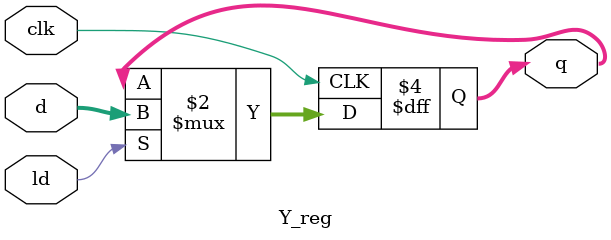
<source format=v>
module Y_reg(d, ld, clk, q);
  input [4:0] d;
  input ld, clk;
  output reg[4:0] q;
  
  always @(posedge clk)
    if (ld)
      q <= d;
  
endmodule

</source>
